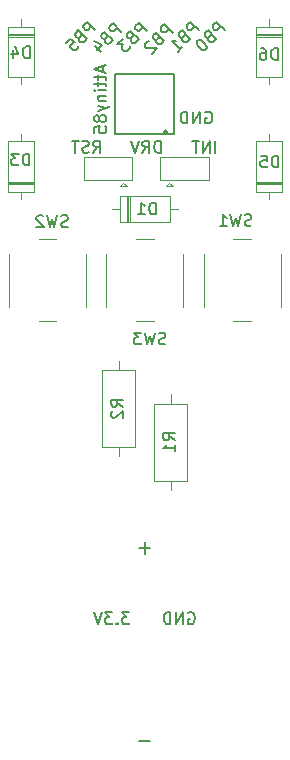
<source format=gbr>
%TF.GenerationSoftware,KiCad,Pcbnew,(7.0.0)*%
%TF.CreationDate,2023-07-04T16:48:58+02:00*%
%TF.ProjectId,attiny85_remote,61747469-6e79-4383-955f-72656d6f7465,rev?*%
%TF.SameCoordinates,Original*%
%TF.FileFunction,Legend,Bot*%
%TF.FilePolarity,Positive*%
%FSLAX46Y46*%
G04 Gerber Fmt 4.6, Leading zero omitted, Abs format (unit mm)*
G04 Created by KiCad (PCBNEW (7.0.0)) date 2023-07-04 16:48:58*
%MOMM*%
%LPD*%
G01*
G04 APERTURE LIST*
%ADD10C,0.150000*%
%ADD11C,0.120000*%
%ADD12C,0.250000*%
G04 APERTURE END LIST*
D10*
X188591306Y-52391306D02*
X193608695Y-52391306D01*
X193608695Y-52391306D02*
X193608695Y-57408695D01*
X193608695Y-57408695D02*
X188591306Y-57408695D01*
X188591306Y-57408695D02*
X188591306Y-52391306D01*
X190575000Y-108825000D02*
X191575000Y-108825000D01*
X191075000Y-92000000D02*
X191075000Y-93000000D01*
X190575000Y-92500000D02*
X191575000Y-92500000D01*
X197061904Y-59007380D02*
X197061904Y-58007380D01*
X196585714Y-59007380D02*
X196585714Y-58007380D01*
X196585714Y-58007380D02*
X196014286Y-59007380D01*
X196014286Y-59007380D02*
X196014286Y-58007380D01*
X195680952Y-58007380D02*
X195109524Y-58007380D01*
X195395238Y-59007380D02*
X195395238Y-58007380D01*
X192461904Y-59007380D02*
X192461904Y-58007380D01*
X192461904Y-58007380D02*
X192223809Y-58007380D01*
X192223809Y-58007380D02*
X192080952Y-58055000D01*
X192080952Y-58055000D02*
X191985714Y-58150238D01*
X191985714Y-58150238D02*
X191938095Y-58245476D01*
X191938095Y-58245476D02*
X191890476Y-58435952D01*
X191890476Y-58435952D02*
X191890476Y-58578809D01*
X191890476Y-58578809D02*
X191938095Y-58769285D01*
X191938095Y-58769285D02*
X191985714Y-58864523D01*
X191985714Y-58864523D02*
X192080952Y-58959761D01*
X192080952Y-58959761D02*
X192223809Y-59007380D01*
X192223809Y-59007380D02*
X192461904Y-59007380D01*
X190890476Y-59007380D02*
X191223809Y-58531190D01*
X191461904Y-59007380D02*
X191461904Y-58007380D01*
X191461904Y-58007380D02*
X191080952Y-58007380D01*
X191080952Y-58007380D02*
X190985714Y-58055000D01*
X190985714Y-58055000D02*
X190938095Y-58102619D01*
X190938095Y-58102619D02*
X190890476Y-58197857D01*
X190890476Y-58197857D02*
X190890476Y-58340714D01*
X190890476Y-58340714D02*
X190938095Y-58435952D01*
X190938095Y-58435952D02*
X190985714Y-58483571D01*
X190985714Y-58483571D02*
X191080952Y-58531190D01*
X191080952Y-58531190D02*
X191461904Y-58531190D01*
X190604761Y-58007380D02*
X190271428Y-59007380D01*
X190271428Y-59007380D02*
X189938095Y-58007380D01*
X186740476Y-59007380D02*
X187073809Y-58531190D01*
X187311904Y-59007380D02*
X187311904Y-58007380D01*
X187311904Y-58007380D02*
X186930952Y-58007380D01*
X186930952Y-58007380D02*
X186835714Y-58055000D01*
X186835714Y-58055000D02*
X186788095Y-58102619D01*
X186788095Y-58102619D02*
X186740476Y-58197857D01*
X186740476Y-58197857D02*
X186740476Y-58340714D01*
X186740476Y-58340714D02*
X186788095Y-58435952D01*
X186788095Y-58435952D02*
X186835714Y-58483571D01*
X186835714Y-58483571D02*
X186930952Y-58531190D01*
X186930952Y-58531190D02*
X187311904Y-58531190D01*
X186359523Y-58959761D02*
X186216666Y-59007380D01*
X186216666Y-59007380D02*
X185978571Y-59007380D01*
X185978571Y-59007380D02*
X185883333Y-58959761D01*
X185883333Y-58959761D02*
X185835714Y-58912142D01*
X185835714Y-58912142D02*
X185788095Y-58816904D01*
X185788095Y-58816904D02*
X185788095Y-58721666D01*
X185788095Y-58721666D02*
X185835714Y-58626428D01*
X185835714Y-58626428D02*
X185883333Y-58578809D01*
X185883333Y-58578809D02*
X185978571Y-58531190D01*
X185978571Y-58531190D02*
X186169047Y-58483571D01*
X186169047Y-58483571D02*
X186264285Y-58435952D01*
X186264285Y-58435952D02*
X186311904Y-58388333D01*
X186311904Y-58388333D02*
X186359523Y-58293095D01*
X186359523Y-58293095D02*
X186359523Y-58197857D01*
X186359523Y-58197857D02*
X186311904Y-58102619D01*
X186311904Y-58102619D02*
X186264285Y-58055000D01*
X186264285Y-58055000D02*
X186169047Y-58007380D01*
X186169047Y-58007380D02*
X185930952Y-58007380D01*
X185930952Y-58007380D02*
X185788095Y-58055000D01*
X185502380Y-58007380D02*
X184930952Y-58007380D01*
X185216666Y-59007380D02*
X185216666Y-58007380D01*
X186894593Y-48664478D02*
X186187486Y-47957372D01*
X186187486Y-47957372D02*
X185918112Y-48226746D01*
X185918112Y-48226746D02*
X185884440Y-48327761D01*
X185884440Y-48327761D02*
X185884440Y-48395104D01*
X185884440Y-48395104D02*
X185918112Y-48496120D01*
X185918112Y-48496120D02*
X186019127Y-48597135D01*
X186019127Y-48597135D02*
X186120143Y-48630807D01*
X186120143Y-48630807D02*
X186187486Y-48630807D01*
X186187486Y-48630807D02*
X186288501Y-48597135D01*
X186288501Y-48597135D02*
X186557875Y-48327761D01*
X185581395Y-49236898D02*
X185514051Y-49371585D01*
X185514051Y-49371585D02*
X185514051Y-49438929D01*
X185514051Y-49438929D02*
X185547723Y-49539944D01*
X185547723Y-49539944D02*
X185648738Y-49640959D01*
X185648738Y-49640959D02*
X185749753Y-49674631D01*
X185749753Y-49674631D02*
X185817097Y-49674631D01*
X185817097Y-49674631D02*
X185918112Y-49640959D01*
X185918112Y-49640959D02*
X186187486Y-49371585D01*
X186187486Y-49371585D02*
X185480379Y-48664478D01*
X185480379Y-48664478D02*
X185244677Y-48900181D01*
X185244677Y-48900181D02*
X185211005Y-49001196D01*
X185211005Y-49001196D02*
X185211005Y-49068539D01*
X185211005Y-49068539D02*
X185244677Y-49169555D01*
X185244677Y-49169555D02*
X185312021Y-49236898D01*
X185312021Y-49236898D02*
X185413036Y-49270570D01*
X185413036Y-49270570D02*
X185480379Y-49270570D01*
X185480379Y-49270570D02*
X185581395Y-49236898D01*
X185581395Y-49236898D02*
X185817097Y-49001196D01*
X184436555Y-49708303D02*
X184773272Y-49371585D01*
X184773272Y-49371585D02*
X185143662Y-49674631D01*
X185143662Y-49674631D02*
X185076318Y-49674631D01*
X185076318Y-49674631D02*
X184975303Y-49708303D01*
X184975303Y-49708303D02*
X184806944Y-49876661D01*
X184806944Y-49876661D02*
X184773272Y-49977677D01*
X184773272Y-49977677D02*
X184773272Y-50045020D01*
X184773272Y-50045020D02*
X184806944Y-50146035D01*
X184806944Y-50146035D02*
X184975303Y-50314394D01*
X184975303Y-50314394D02*
X185076318Y-50348066D01*
X185076318Y-50348066D02*
X185143662Y-50348066D01*
X185143662Y-50348066D02*
X185244677Y-50314394D01*
X185244677Y-50314394D02*
X185413036Y-50146035D01*
X185413036Y-50146035D02*
X185446708Y-50045020D01*
X185446708Y-50045020D02*
X185446708Y-49977677D01*
X189084593Y-48764478D02*
X188377486Y-48057372D01*
X188377486Y-48057372D02*
X188108112Y-48326746D01*
X188108112Y-48326746D02*
X188074440Y-48427761D01*
X188074440Y-48427761D02*
X188074440Y-48495104D01*
X188074440Y-48495104D02*
X188108112Y-48596120D01*
X188108112Y-48596120D02*
X188209127Y-48697135D01*
X188209127Y-48697135D02*
X188310143Y-48730807D01*
X188310143Y-48730807D02*
X188377486Y-48730807D01*
X188377486Y-48730807D02*
X188478501Y-48697135D01*
X188478501Y-48697135D02*
X188747875Y-48427761D01*
X187771395Y-49336898D02*
X187704051Y-49471585D01*
X187704051Y-49471585D02*
X187704051Y-49538929D01*
X187704051Y-49538929D02*
X187737723Y-49639944D01*
X187737723Y-49639944D02*
X187838738Y-49740959D01*
X187838738Y-49740959D02*
X187939753Y-49774631D01*
X187939753Y-49774631D02*
X188007097Y-49774631D01*
X188007097Y-49774631D02*
X188108112Y-49740959D01*
X188108112Y-49740959D02*
X188377486Y-49471585D01*
X188377486Y-49471585D02*
X187670379Y-48764478D01*
X187670379Y-48764478D02*
X187434677Y-49000181D01*
X187434677Y-49000181D02*
X187401005Y-49101196D01*
X187401005Y-49101196D02*
X187401005Y-49168539D01*
X187401005Y-49168539D02*
X187434677Y-49269555D01*
X187434677Y-49269555D02*
X187502021Y-49336898D01*
X187502021Y-49336898D02*
X187603036Y-49370570D01*
X187603036Y-49370570D02*
X187670379Y-49370570D01*
X187670379Y-49370570D02*
X187771395Y-49336898D01*
X187771395Y-49336898D02*
X188007097Y-49101196D01*
X186895929Y-50010333D02*
X187367334Y-50481738D01*
X186794914Y-49572600D02*
X187468349Y-49909318D01*
X187468349Y-49909318D02*
X187030616Y-50347051D01*
X191274593Y-48714478D02*
X190567486Y-48007372D01*
X190567486Y-48007372D02*
X190298112Y-48276746D01*
X190298112Y-48276746D02*
X190264440Y-48377761D01*
X190264440Y-48377761D02*
X190264440Y-48445104D01*
X190264440Y-48445104D02*
X190298112Y-48546120D01*
X190298112Y-48546120D02*
X190399127Y-48647135D01*
X190399127Y-48647135D02*
X190500143Y-48680807D01*
X190500143Y-48680807D02*
X190567486Y-48680807D01*
X190567486Y-48680807D02*
X190668501Y-48647135D01*
X190668501Y-48647135D02*
X190937875Y-48377761D01*
X189961395Y-49286898D02*
X189894051Y-49421585D01*
X189894051Y-49421585D02*
X189894051Y-49488929D01*
X189894051Y-49488929D02*
X189927723Y-49589944D01*
X189927723Y-49589944D02*
X190028738Y-49690959D01*
X190028738Y-49690959D02*
X190129753Y-49724631D01*
X190129753Y-49724631D02*
X190197097Y-49724631D01*
X190197097Y-49724631D02*
X190298112Y-49690959D01*
X190298112Y-49690959D02*
X190567486Y-49421585D01*
X190567486Y-49421585D02*
X189860379Y-48714478D01*
X189860379Y-48714478D02*
X189624677Y-48950181D01*
X189624677Y-48950181D02*
X189591005Y-49051196D01*
X189591005Y-49051196D02*
X189591005Y-49118539D01*
X189591005Y-49118539D02*
X189624677Y-49219555D01*
X189624677Y-49219555D02*
X189692021Y-49286898D01*
X189692021Y-49286898D02*
X189793036Y-49320570D01*
X189793036Y-49320570D02*
X189860379Y-49320570D01*
X189860379Y-49320570D02*
X189961395Y-49286898D01*
X189961395Y-49286898D02*
X190197097Y-49051196D01*
X189220616Y-49354242D02*
X188782883Y-49791974D01*
X188782883Y-49791974D02*
X189287960Y-49825646D01*
X189287960Y-49825646D02*
X189186944Y-49926661D01*
X189186944Y-49926661D02*
X189153272Y-50027677D01*
X189153272Y-50027677D02*
X189153272Y-50095020D01*
X189153272Y-50095020D02*
X189186944Y-50196035D01*
X189186944Y-50196035D02*
X189355303Y-50364394D01*
X189355303Y-50364394D02*
X189456318Y-50398066D01*
X189456318Y-50398066D02*
X189523662Y-50398066D01*
X189523662Y-50398066D02*
X189624677Y-50364394D01*
X189624677Y-50364394D02*
X189826708Y-50162364D01*
X189826708Y-50162364D02*
X189860379Y-50061348D01*
X189860379Y-50061348D02*
X189860379Y-49994005D01*
X193464593Y-48839478D02*
X192757486Y-48132372D01*
X192757486Y-48132372D02*
X192488112Y-48401746D01*
X192488112Y-48401746D02*
X192454440Y-48502761D01*
X192454440Y-48502761D02*
X192454440Y-48570104D01*
X192454440Y-48570104D02*
X192488112Y-48671120D01*
X192488112Y-48671120D02*
X192589127Y-48772135D01*
X192589127Y-48772135D02*
X192690143Y-48805807D01*
X192690143Y-48805807D02*
X192757486Y-48805807D01*
X192757486Y-48805807D02*
X192858501Y-48772135D01*
X192858501Y-48772135D02*
X193127875Y-48502761D01*
X192151395Y-49411898D02*
X192084051Y-49546585D01*
X192084051Y-49546585D02*
X192084051Y-49613929D01*
X192084051Y-49613929D02*
X192117723Y-49714944D01*
X192117723Y-49714944D02*
X192218738Y-49815959D01*
X192218738Y-49815959D02*
X192319753Y-49849631D01*
X192319753Y-49849631D02*
X192387097Y-49849631D01*
X192387097Y-49849631D02*
X192488112Y-49815959D01*
X192488112Y-49815959D02*
X192757486Y-49546585D01*
X192757486Y-49546585D02*
X192050379Y-48839478D01*
X192050379Y-48839478D02*
X191814677Y-49075181D01*
X191814677Y-49075181D02*
X191781005Y-49176196D01*
X191781005Y-49176196D02*
X191781005Y-49243539D01*
X191781005Y-49243539D02*
X191814677Y-49344555D01*
X191814677Y-49344555D02*
X191882021Y-49411898D01*
X191882021Y-49411898D02*
X191983036Y-49445570D01*
X191983036Y-49445570D02*
X192050379Y-49445570D01*
X192050379Y-49445570D02*
X192151395Y-49411898D01*
X192151395Y-49411898D02*
X192387097Y-49176196D01*
X191444288Y-49580257D02*
X191376944Y-49580257D01*
X191376944Y-49580257D02*
X191275929Y-49613929D01*
X191275929Y-49613929D02*
X191107570Y-49782287D01*
X191107570Y-49782287D02*
X191073898Y-49883303D01*
X191073898Y-49883303D02*
X191073898Y-49950646D01*
X191073898Y-49950646D02*
X191107570Y-50051661D01*
X191107570Y-50051661D02*
X191174914Y-50119005D01*
X191174914Y-50119005D02*
X191309601Y-50186348D01*
X191309601Y-50186348D02*
X192117723Y-50186348D01*
X192117723Y-50186348D02*
X191679990Y-50624081D01*
X195654593Y-48664478D02*
X194947486Y-47957372D01*
X194947486Y-47957372D02*
X194678112Y-48226746D01*
X194678112Y-48226746D02*
X194644440Y-48327761D01*
X194644440Y-48327761D02*
X194644440Y-48395104D01*
X194644440Y-48395104D02*
X194678112Y-48496120D01*
X194678112Y-48496120D02*
X194779127Y-48597135D01*
X194779127Y-48597135D02*
X194880143Y-48630807D01*
X194880143Y-48630807D02*
X194947486Y-48630807D01*
X194947486Y-48630807D02*
X195048501Y-48597135D01*
X195048501Y-48597135D02*
X195317875Y-48327761D01*
X194341395Y-49236898D02*
X194274051Y-49371585D01*
X194274051Y-49371585D02*
X194274051Y-49438929D01*
X194274051Y-49438929D02*
X194307723Y-49539944D01*
X194307723Y-49539944D02*
X194408738Y-49640959D01*
X194408738Y-49640959D02*
X194509753Y-49674631D01*
X194509753Y-49674631D02*
X194577097Y-49674631D01*
X194577097Y-49674631D02*
X194678112Y-49640959D01*
X194678112Y-49640959D02*
X194947486Y-49371585D01*
X194947486Y-49371585D02*
X194240379Y-48664478D01*
X194240379Y-48664478D02*
X194004677Y-48900181D01*
X194004677Y-48900181D02*
X193971005Y-49001196D01*
X193971005Y-49001196D02*
X193971005Y-49068539D01*
X193971005Y-49068539D02*
X194004677Y-49169555D01*
X194004677Y-49169555D02*
X194072021Y-49236898D01*
X194072021Y-49236898D02*
X194173036Y-49270570D01*
X194173036Y-49270570D02*
X194240379Y-49270570D01*
X194240379Y-49270570D02*
X194341395Y-49236898D01*
X194341395Y-49236898D02*
X194577097Y-49001196D01*
X193869990Y-50449081D02*
X194274051Y-50045020D01*
X194072021Y-50247051D02*
X193364914Y-49539944D01*
X193364914Y-49539944D02*
X193533272Y-49573616D01*
X193533272Y-49573616D02*
X193667960Y-49573616D01*
X193667960Y-49573616D02*
X193768975Y-49539944D01*
X197844593Y-48664478D02*
X197137486Y-47957372D01*
X197137486Y-47957372D02*
X196868112Y-48226746D01*
X196868112Y-48226746D02*
X196834440Y-48327761D01*
X196834440Y-48327761D02*
X196834440Y-48395104D01*
X196834440Y-48395104D02*
X196868112Y-48496120D01*
X196868112Y-48496120D02*
X196969127Y-48597135D01*
X196969127Y-48597135D02*
X197070143Y-48630807D01*
X197070143Y-48630807D02*
X197137486Y-48630807D01*
X197137486Y-48630807D02*
X197238501Y-48597135D01*
X197238501Y-48597135D02*
X197507875Y-48327761D01*
X196531395Y-49236898D02*
X196464051Y-49371585D01*
X196464051Y-49371585D02*
X196464051Y-49438929D01*
X196464051Y-49438929D02*
X196497723Y-49539944D01*
X196497723Y-49539944D02*
X196598738Y-49640959D01*
X196598738Y-49640959D02*
X196699753Y-49674631D01*
X196699753Y-49674631D02*
X196767097Y-49674631D01*
X196767097Y-49674631D02*
X196868112Y-49640959D01*
X196868112Y-49640959D02*
X197137486Y-49371585D01*
X197137486Y-49371585D02*
X196430379Y-48664478D01*
X196430379Y-48664478D02*
X196194677Y-48900181D01*
X196194677Y-48900181D02*
X196161005Y-49001196D01*
X196161005Y-49001196D02*
X196161005Y-49068539D01*
X196161005Y-49068539D02*
X196194677Y-49169555D01*
X196194677Y-49169555D02*
X196262021Y-49236898D01*
X196262021Y-49236898D02*
X196363036Y-49270570D01*
X196363036Y-49270570D02*
X196430379Y-49270570D01*
X196430379Y-49270570D02*
X196531395Y-49236898D01*
X196531395Y-49236898D02*
X196767097Y-49001196D01*
X195588585Y-49506272D02*
X195521242Y-49573616D01*
X195521242Y-49573616D02*
X195487570Y-49674631D01*
X195487570Y-49674631D02*
X195487570Y-49741974D01*
X195487570Y-49741974D02*
X195521242Y-49842990D01*
X195521242Y-49842990D02*
X195622257Y-50011348D01*
X195622257Y-50011348D02*
X195790616Y-50179707D01*
X195790616Y-50179707D02*
X195958975Y-50280722D01*
X195958975Y-50280722D02*
X196059990Y-50314394D01*
X196059990Y-50314394D02*
X196127334Y-50314394D01*
X196127334Y-50314394D02*
X196228349Y-50280722D01*
X196228349Y-50280722D02*
X196295692Y-50213379D01*
X196295692Y-50213379D02*
X196329364Y-50112364D01*
X196329364Y-50112364D02*
X196329364Y-50045020D01*
X196329364Y-50045020D02*
X196295692Y-49944005D01*
X196295692Y-49944005D02*
X196194677Y-49775646D01*
X196194677Y-49775646D02*
X196026318Y-49607287D01*
X196026318Y-49607287D02*
X195857960Y-49506272D01*
X195857960Y-49506272D02*
X195756944Y-49472600D01*
X195756944Y-49472600D02*
X195689601Y-49472600D01*
X195689601Y-49472600D02*
X195588585Y-49506272D01*
X196224405Y-55580000D02*
X196319643Y-55532380D01*
X196319643Y-55532380D02*
X196462500Y-55532380D01*
X196462500Y-55532380D02*
X196605357Y-55580000D01*
X196605357Y-55580000D02*
X196700595Y-55675238D01*
X196700595Y-55675238D02*
X196748214Y-55770476D01*
X196748214Y-55770476D02*
X196795833Y-55960952D01*
X196795833Y-55960952D02*
X196795833Y-56103809D01*
X196795833Y-56103809D02*
X196748214Y-56294285D01*
X196748214Y-56294285D02*
X196700595Y-56389523D01*
X196700595Y-56389523D02*
X196605357Y-56484761D01*
X196605357Y-56484761D02*
X196462500Y-56532380D01*
X196462500Y-56532380D02*
X196367262Y-56532380D01*
X196367262Y-56532380D02*
X196224405Y-56484761D01*
X196224405Y-56484761D02*
X196176786Y-56437142D01*
X196176786Y-56437142D02*
X196176786Y-56103809D01*
X196176786Y-56103809D02*
X196367262Y-56103809D01*
X195748214Y-56532380D02*
X195748214Y-55532380D01*
X195748214Y-55532380D02*
X195176786Y-56532380D01*
X195176786Y-56532380D02*
X195176786Y-55532380D01*
X194700595Y-56532380D02*
X194700595Y-55532380D01*
X194700595Y-55532380D02*
X194462500Y-55532380D01*
X194462500Y-55532380D02*
X194319643Y-55580000D01*
X194319643Y-55580000D02*
X194224405Y-55675238D01*
X194224405Y-55675238D02*
X194176786Y-55770476D01*
X194176786Y-55770476D02*
X194129167Y-55960952D01*
X194129167Y-55960952D02*
X194129167Y-56103809D01*
X194129167Y-56103809D02*
X194176786Y-56294285D01*
X194176786Y-56294285D02*
X194224405Y-56389523D01*
X194224405Y-56389523D02*
X194319643Y-56484761D01*
X194319643Y-56484761D02*
X194462500Y-56532380D01*
X194462500Y-56532380D02*
X194700595Y-56532380D01*
X189788690Y-97932380D02*
X189169643Y-97932380D01*
X189169643Y-97932380D02*
X189502976Y-98313333D01*
X189502976Y-98313333D02*
X189360119Y-98313333D01*
X189360119Y-98313333D02*
X189264881Y-98360952D01*
X189264881Y-98360952D02*
X189217262Y-98408571D01*
X189217262Y-98408571D02*
X189169643Y-98503809D01*
X189169643Y-98503809D02*
X189169643Y-98741904D01*
X189169643Y-98741904D02*
X189217262Y-98837142D01*
X189217262Y-98837142D02*
X189264881Y-98884761D01*
X189264881Y-98884761D02*
X189360119Y-98932380D01*
X189360119Y-98932380D02*
X189645833Y-98932380D01*
X189645833Y-98932380D02*
X189741071Y-98884761D01*
X189741071Y-98884761D02*
X189788690Y-98837142D01*
X188741071Y-98837142D02*
X188693452Y-98884761D01*
X188693452Y-98884761D02*
X188741071Y-98932380D01*
X188741071Y-98932380D02*
X188788690Y-98884761D01*
X188788690Y-98884761D02*
X188741071Y-98837142D01*
X188741071Y-98837142D02*
X188741071Y-98932380D01*
X188360119Y-97932380D02*
X187741072Y-97932380D01*
X187741072Y-97932380D02*
X188074405Y-98313333D01*
X188074405Y-98313333D02*
X187931548Y-98313333D01*
X187931548Y-98313333D02*
X187836310Y-98360952D01*
X187836310Y-98360952D02*
X187788691Y-98408571D01*
X187788691Y-98408571D02*
X187741072Y-98503809D01*
X187741072Y-98503809D02*
X187741072Y-98741904D01*
X187741072Y-98741904D02*
X187788691Y-98837142D01*
X187788691Y-98837142D02*
X187836310Y-98884761D01*
X187836310Y-98884761D02*
X187931548Y-98932380D01*
X187931548Y-98932380D02*
X188217262Y-98932380D01*
X188217262Y-98932380D02*
X188312500Y-98884761D01*
X188312500Y-98884761D02*
X188360119Y-98837142D01*
X187455357Y-97932380D02*
X187122024Y-98932380D01*
X187122024Y-98932380D02*
X186788691Y-97932380D01*
X194774405Y-97980000D02*
X194869643Y-97932380D01*
X194869643Y-97932380D02*
X195012500Y-97932380D01*
X195012500Y-97932380D02*
X195155357Y-97980000D01*
X195155357Y-97980000D02*
X195250595Y-98075238D01*
X195250595Y-98075238D02*
X195298214Y-98170476D01*
X195298214Y-98170476D02*
X195345833Y-98360952D01*
X195345833Y-98360952D02*
X195345833Y-98503809D01*
X195345833Y-98503809D02*
X195298214Y-98694285D01*
X195298214Y-98694285D02*
X195250595Y-98789523D01*
X195250595Y-98789523D02*
X195155357Y-98884761D01*
X195155357Y-98884761D02*
X195012500Y-98932380D01*
X195012500Y-98932380D02*
X194917262Y-98932380D01*
X194917262Y-98932380D02*
X194774405Y-98884761D01*
X194774405Y-98884761D02*
X194726786Y-98837142D01*
X194726786Y-98837142D02*
X194726786Y-98503809D01*
X194726786Y-98503809D02*
X194917262Y-98503809D01*
X194298214Y-98932380D02*
X194298214Y-97932380D01*
X194298214Y-97932380D02*
X193726786Y-98932380D01*
X193726786Y-98932380D02*
X193726786Y-97932380D01*
X193250595Y-98932380D02*
X193250595Y-97932380D01*
X193250595Y-97932380D02*
X193012500Y-97932380D01*
X193012500Y-97932380D02*
X192869643Y-97980000D01*
X192869643Y-97980000D02*
X192774405Y-98075238D01*
X192774405Y-98075238D02*
X192726786Y-98170476D01*
X192726786Y-98170476D02*
X192679167Y-98360952D01*
X192679167Y-98360952D02*
X192679167Y-98503809D01*
X192679167Y-98503809D02*
X192726786Y-98694285D01*
X192726786Y-98694285D02*
X192774405Y-98789523D01*
X192774405Y-98789523D02*
X192869643Y-98884761D01*
X192869643Y-98884761D02*
X193012500Y-98932380D01*
X193012500Y-98932380D02*
X193250595Y-98932380D01*
%TO.C,SW1*%
X200108332Y-65169761D02*
X199965475Y-65217380D01*
X199965475Y-65217380D02*
X199727380Y-65217380D01*
X199727380Y-65217380D02*
X199632142Y-65169761D01*
X199632142Y-65169761D02*
X199584523Y-65122142D01*
X199584523Y-65122142D02*
X199536904Y-65026904D01*
X199536904Y-65026904D02*
X199536904Y-64931666D01*
X199536904Y-64931666D02*
X199584523Y-64836428D01*
X199584523Y-64836428D02*
X199632142Y-64788809D01*
X199632142Y-64788809D02*
X199727380Y-64741190D01*
X199727380Y-64741190D02*
X199917856Y-64693571D01*
X199917856Y-64693571D02*
X200013094Y-64645952D01*
X200013094Y-64645952D02*
X200060713Y-64598333D01*
X200060713Y-64598333D02*
X200108332Y-64503095D01*
X200108332Y-64503095D02*
X200108332Y-64407857D01*
X200108332Y-64407857D02*
X200060713Y-64312619D01*
X200060713Y-64312619D02*
X200013094Y-64265000D01*
X200013094Y-64265000D02*
X199917856Y-64217380D01*
X199917856Y-64217380D02*
X199679761Y-64217380D01*
X199679761Y-64217380D02*
X199536904Y-64265000D01*
X199203570Y-64217380D02*
X198965475Y-65217380D01*
X198965475Y-65217380D02*
X198774999Y-64503095D01*
X198774999Y-64503095D02*
X198584523Y-65217380D01*
X198584523Y-65217380D02*
X198346428Y-64217380D01*
X197441666Y-65217380D02*
X198013094Y-65217380D01*
X197727380Y-65217380D02*
X197727380Y-64217380D01*
X197727380Y-64217380D02*
X197822618Y-64360238D01*
X197822618Y-64360238D02*
X197917856Y-64455476D01*
X197917856Y-64455476D02*
X198013094Y-64503095D01*
%TO.C,D6*%
X202338094Y-51167380D02*
X202338094Y-50167380D01*
X202338094Y-50167380D02*
X202099999Y-50167380D01*
X202099999Y-50167380D02*
X201957142Y-50215000D01*
X201957142Y-50215000D02*
X201861904Y-50310238D01*
X201861904Y-50310238D02*
X201814285Y-50405476D01*
X201814285Y-50405476D02*
X201766666Y-50595952D01*
X201766666Y-50595952D02*
X201766666Y-50738809D01*
X201766666Y-50738809D02*
X201814285Y-50929285D01*
X201814285Y-50929285D02*
X201861904Y-51024523D01*
X201861904Y-51024523D02*
X201957142Y-51119761D01*
X201957142Y-51119761D02*
X202099999Y-51167380D01*
X202099999Y-51167380D02*
X202338094Y-51167380D01*
X200909523Y-50167380D02*
X201099999Y-50167380D01*
X201099999Y-50167380D02*
X201195237Y-50215000D01*
X201195237Y-50215000D02*
X201242856Y-50262619D01*
X201242856Y-50262619D02*
X201338094Y-50405476D01*
X201338094Y-50405476D02*
X201385713Y-50595952D01*
X201385713Y-50595952D02*
X201385713Y-50976904D01*
X201385713Y-50976904D02*
X201338094Y-51072142D01*
X201338094Y-51072142D02*
X201290475Y-51119761D01*
X201290475Y-51119761D02*
X201195237Y-51167380D01*
X201195237Y-51167380D02*
X201004761Y-51167380D01*
X201004761Y-51167380D02*
X200909523Y-51119761D01*
X200909523Y-51119761D02*
X200861904Y-51072142D01*
X200861904Y-51072142D02*
X200814285Y-50976904D01*
X200814285Y-50976904D02*
X200814285Y-50738809D01*
X200814285Y-50738809D02*
X200861904Y-50643571D01*
X200861904Y-50643571D02*
X200909523Y-50595952D01*
X200909523Y-50595952D02*
X201004761Y-50548333D01*
X201004761Y-50548333D02*
X201195237Y-50548333D01*
X201195237Y-50548333D02*
X201290475Y-50595952D01*
X201290475Y-50595952D02*
X201338094Y-50643571D01*
X201338094Y-50643571D02*
X201385713Y-50738809D01*
%TO.C,Attiny85*%
X187531666Y-51691666D02*
X187531666Y-52167856D01*
X187817380Y-51596428D02*
X186817380Y-51929761D01*
X186817380Y-51929761D02*
X187817380Y-52263094D01*
X187150714Y-52453571D02*
X187150714Y-52834523D01*
X186817380Y-52596428D02*
X187674523Y-52596428D01*
X187674523Y-52596428D02*
X187769761Y-52644047D01*
X187769761Y-52644047D02*
X187817380Y-52739285D01*
X187817380Y-52739285D02*
X187817380Y-52834523D01*
X187150714Y-53025000D02*
X187150714Y-53405952D01*
X186817380Y-53167857D02*
X187674523Y-53167857D01*
X187674523Y-53167857D02*
X187769761Y-53215476D01*
X187769761Y-53215476D02*
X187817380Y-53310714D01*
X187817380Y-53310714D02*
X187817380Y-53405952D01*
X187817380Y-53739286D02*
X187150714Y-53739286D01*
X186817380Y-53739286D02*
X186865000Y-53691667D01*
X186865000Y-53691667D02*
X186912619Y-53739286D01*
X186912619Y-53739286D02*
X186865000Y-53786905D01*
X186865000Y-53786905D02*
X186817380Y-53739286D01*
X186817380Y-53739286D02*
X186912619Y-53739286D01*
X187150714Y-54215476D02*
X187817380Y-54215476D01*
X187245952Y-54215476D02*
X187198333Y-54263095D01*
X187198333Y-54263095D02*
X187150714Y-54358333D01*
X187150714Y-54358333D02*
X187150714Y-54501190D01*
X187150714Y-54501190D02*
X187198333Y-54596428D01*
X187198333Y-54596428D02*
X187293571Y-54644047D01*
X187293571Y-54644047D02*
X187817380Y-54644047D01*
X187150714Y-55025000D02*
X187817380Y-55263095D01*
X187150714Y-55501190D02*
X187817380Y-55263095D01*
X187817380Y-55263095D02*
X188055476Y-55167857D01*
X188055476Y-55167857D02*
X188103095Y-55120238D01*
X188103095Y-55120238D02*
X188150714Y-55025000D01*
X187245952Y-56025000D02*
X187198333Y-55929762D01*
X187198333Y-55929762D02*
X187150714Y-55882143D01*
X187150714Y-55882143D02*
X187055476Y-55834524D01*
X187055476Y-55834524D02*
X187007857Y-55834524D01*
X187007857Y-55834524D02*
X186912619Y-55882143D01*
X186912619Y-55882143D02*
X186865000Y-55929762D01*
X186865000Y-55929762D02*
X186817380Y-56025000D01*
X186817380Y-56025000D02*
X186817380Y-56215476D01*
X186817380Y-56215476D02*
X186865000Y-56310714D01*
X186865000Y-56310714D02*
X186912619Y-56358333D01*
X186912619Y-56358333D02*
X187007857Y-56405952D01*
X187007857Y-56405952D02*
X187055476Y-56405952D01*
X187055476Y-56405952D02*
X187150714Y-56358333D01*
X187150714Y-56358333D02*
X187198333Y-56310714D01*
X187198333Y-56310714D02*
X187245952Y-56215476D01*
X187245952Y-56215476D02*
X187245952Y-56025000D01*
X187245952Y-56025000D02*
X187293571Y-55929762D01*
X187293571Y-55929762D02*
X187341190Y-55882143D01*
X187341190Y-55882143D02*
X187436428Y-55834524D01*
X187436428Y-55834524D02*
X187626904Y-55834524D01*
X187626904Y-55834524D02*
X187722142Y-55882143D01*
X187722142Y-55882143D02*
X187769761Y-55929762D01*
X187769761Y-55929762D02*
X187817380Y-56025000D01*
X187817380Y-56025000D02*
X187817380Y-56215476D01*
X187817380Y-56215476D02*
X187769761Y-56310714D01*
X187769761Y-56310714D02*
X187722142Y-56358333D01*
X187722142Y-56358333D02*
X187626904Y-56405952D01*
X187626904Y-56405952D02*
X187436428Y-56405952D01*
X187436428Y-56405952D02*
X187341190Y-56358333D01*
X187341190Y-56358333D02*
X187293571Y-56310714D01*
X187293571Y-56310714D02*
X187245952Y-56215476D01*
X186817380Y-57310714D02*
X186817380Y-56834524D01*
X186817380Y-56834524D02*
X187293571Y-56786905D01*
X187293571Y-56786905D02*
X187245952Y-56834524D01*
X187245952Y-56834524D02*
X187198333Y-56929762D01*
X187198333Y-56929762D02*
X187198333Y-57167857D01*
X187198333Y-57167857D02*
X187245952Y-57263095D01*
X187245952Y-57263095D02*
X187293571Y-57310714D01*
X187293571Y-57310714D02*
X187388809Y-57358333D01*
X187388809Y-57358333D02*
X187626904Y-57358333D01*
X187626904Y-57358333D02*
X187722142Y-57310714D01*
X187722142Y-57310714D02*
X187769761Y-57263095D01*
X187769761Y-57263095D02*
X187817380Y-57167857D01*
X187817380Y-57167857D02*
X187817380Y-56929762D01*
X187817380Y-56929762D02*
X187769761Y-56834524D01*
X187769761Y-56834524D02*
X187722142Y-56786905D01*
%TO.C,R2*%
X189242380Y-80508333D02*
X188766190Y-80175000D01*
X189242380Y-79936905D02*
X188242380Y-79936905D01*
X188242380Y-79936905D02*
X188242380Y-80317857D01*
X188242380Y-80317857D02*
X188290000Y-80413095D01*
X188290000Y-80413095D02*
X188337619Y-80460714D01*
X188337619Y-80460714D02*
X188432857Y-80508333D01*
X188432857Y-80508333D02*
X188575714Y-80508333D01*
X188575714Y-80508333D02*
X188670952Y-80460714D01*
X188670952Y-80460714D02*
X188718571Y-80413095D01*
X188718571Y-80413095D02*
X188766190Y-80317857D01*
X188766190Y-80317857D02*
X188766190Y-79936905D01*
X188337619Y-80889286D02*
X188290000Y-80936905D01*
X188290000Y-80936905D02*
X188242380Y-81032143D01*
X188242380Y-81032143D02*
X188242380Y-81270238D01*
X188242380Y-81270238D02*
X188290000Y-81365476D01*
X188290000Y-81365476D02*
X188337619Y-81413095D01*
X188337619Y-81413095D02*
X188432857Y-81460714D01*
X188432857Y-81460714D02*
X188528095Y-81460714D01*
X188528095Y-81460714D02*
X188670952Y-81413095D01*
X188670952Y-81413095D02*
X189242380Y-80841667D01*
X189242380Y-80841667D02*
X189242380Y-81460714D01*
%TO.C,D3*%
X181313094Y-60092380D02*
X181313094Y-59092380D01*
X181313094Y-59092380D02*
X181074999Y-59092380D01*
X181074999Y-59092380D02*
X180932142Y-59140000D01*
X180932142Y-59140000D02*
X180836904Y-59235238D01*
X180836904Y-59235238D02*
X180789285Y-59330476D01*
X180789285Y-59330476D02*
X180741666Y-59520952D01*
X180741666Y-59520952D02*
X180741666Y-59663809D01*
X180741666Y-59663809D02*
X180789285Y-59854285D01*
X180789285Y-59854285D02*
X180836904Y-59949523D01*
X180836904Y-59949523D02*
X180932142Y-60044761D01*
X180932142Y-60044761D02*
X181074999Y-60092380D01*
X181074999Y-60092380D02*
X181313094Y-60092380D01*
X180408332Y-59092380D02*
X179789285Y-59092380D01*
X179789285Y-59092380D02*
X180122618Y-59473333D01*
X180122618Y-59473333D02*
X179979761Y-59473333D01*
X179979761Y-59473333D02*
X179884523Y-59520952D01*
X179884523Y-59520952D02*
X179836904Y-59568571D01*
X179836904Y-59568571D02*
X179789285Y-59663809D01*
X179789285Y-59663809D02*
X179789285Y-59901904D01*
X179789285Y-59901904D02*
X179836904Y-59997142D01*
X179836904Y-59997142D02*
X179884523Y-60044761D01*
X179884523Y-60044761D02*
X179979761Y-60092380D01*
X179979761Y-60092380D02*
X180265475Y-60092380D01*
X180265475Y-60092380D02*
X180360713Y-60044761D01*
X180360713Y-60044761D02*
X180408332Y-59997142D01*
%TO.C,SW3*%
X192833332Y-75194761D02*
X192690475Y-75242380D01*
X192690475Y-75242380D02*
X192452380Y-75242380D01*
X192452380Y-75242380D02*
X192357142Y-75194761D01*
X192357142Y-75194761D02*
X192309523Y-75147142D01*
X192309523Y-75147142D02*
X192261904Y-75051904D01*
X192261904Y-75051904D02*
X192261904Y-74956666D01*
X192261904Y-74956666D02*
X192309523Y-74861428D01*
X192309523Y-74861428D02*
X192357142Y-74813809D01*
X192357142Y-74813809D02*
X192452380Y-74766190D01*
X192452380Y-74766190D02*
X192642856Y-74718571D01*
X192642856Y-74718571D02*
X192738094Y-74670952D01*
X192738094Y-74670952D02*
X192785713Y-74623333D01*
X192785713Y-74623333D02*
X192833332Y-74528095D01*
X192833332Y-74528095D02*
X192833332Y-74432857D01*
X192833332Y-74432857D02*
X192785713Y-74337619D01*
X192785713Y-74337619D02*
X192738094Y-74290000D01*
X192738094Y-74290000D02*
X192642856Y-74242380D01*
X192642856Y-74242380D02*
X192404761Y-74242380D01*
X192404761Y-74242380D02*
X192261904Y-74290000D01*
X191928570Y-74242380D02*
X191690475Y-75242380D01*
X191690475Y-75242380D02*
X191499999Y-74528095D01*
X191499999Y-74528095D02*
X191309523Y-75242380D01*
X191309523Y-75242380D02*
X191071428Y-74242380D01*
X190785713Y-74242380D02*
X190166666Y-74242380D01*
X190166666Y-74242380D02*
X190499999Y-74623333D01*
X190499999Y-74623333D02*
X190357142Y-74623333D01*
X190357142Y-74623333D02*
X190261904Y-74670952D01*
X190261904Y-74670952D02*
X190214285Y-74718571D01*
X190214285Y-74718571D02*
X190166666Y-74813809D01*
X190166666Y-74813809D02*
X190166666Y-75051904D01*
X190166666Y-75051904D02*
X190214285Y-75147142D01*
X190214285Y-75147142D02*
X190261904Y-75194761D01*
X190261904Y-75194761D02*
X190357142Y-75242380D01*
X190357142Y-75242380D02*
X190642856Y-75242380D01*
X190642856Y-75242380D02*
X190738094Y-75194761D01*
X190738094Y-75194761D02*
X190785713Y-75147142D01*
%TO.C,D4*%
X181338094Y-51022380D02*
X181338094Y-50022380D01*
X181338094Y-50022380D02*
X181099999Y-50022380D01*
X181099999Y-50022380D02*
X180957142Y-50070000D01*
X180957142Y-50070000D02*
X180861904Y-50165238D01*
X180861904Y-50165238D02*
X180814285Y-50260476D01*
X180814285Y-50260476D02*
X180766666Y-50450952D01*
X180766666Y-50450952D02*
X180766666Y-50593809D01*
X180766666Y-50593809D02*
X180814285Y-50784285D01*
X180814285Y-50784285D02*
X180861904Y-50879523D01*
X180861904Y-50879523D02*
X180957142Y-50974761D01*
X180957142Y-50974761D02*
X181099999Y-51022380D01*
X181099999Y-51022380D02*
X181338094Y-51022380D01*
X179909523Y-50355714D02*
X179909523Y-51022380D01*
X180147618Y-49974761D02*
X180385713Y-50689047D01*
X180385713Y-50689047D02*
X179766666Y-50689047D01*
%TO.C,D5*%
X202413094Y-60252380D02*
X202413094Y-59252380D01*
X202413094Y-59252380D02*
X202174999Y-59252380D01*
X202174999Y-59252380D02*
X202032142Y-59300000D01*
X202032142Y-59300000D02*
X201936904Y-59395238D01*
X201936904Y-59395238D02*
X201889285Y-59490476D01*
X201889285Y-59490476D02*
X201841666Y-59680952D01*
X201841666Y-59680952D02*
X201841666Y-59823809D01*
X201841666Y-59823809D02*
X201889285Y-60014285D01*
X201889285Y-60014285D02*
X201936904Y-60109523D01*
X201936904Y-60109523D02*
X202032142Y-60204761D01*
X202032142Y-60204761D02*
X202174999Y-60252380D01*
X202174999Y-60252380D02*
X202413094Y-60252380D01*
X200936904Y-59252380D02*
X201413094Y-59252380D01*
X201413094Y-59252380D02*
X201460713Y-59728571D01*
X201460713Y-59728571D02*
X201413094Y-59680952D01*
X201413094Y-59680952D02*
X201317856Y-59633333D01*
X201317856Y-59633333D02*
X201079761Y-59633333D01*
X201079761Y-59633333D02*
X200984523Y-59680952D01*
X200984523Y-59680952D02*
X200936904Y-59728571D01*
X200936904Y-59728571D02*
X200889285Y-59823809D01*
X200889285Y-59823809D02*
X200889285Y-60061904D01*
X200889285Y-60061904D02*
X200936904Y-60157142D01*
X200936904Y-60157142D02*
X200984523Y-60204761D01*
X200984523Y-60204761D02*
X201079761Y-60252380D01*
X201079761Y-60252380D02*
X201317856Y-60252380D01*
X201317856Y-60252380D02*
X201413094Y-60204761D01*
X201413094Y-60204761D02*
X201460713Y-60157142D01*
%TO.C,R1*%
X193642380Y-83358333D02*
X193166190Y-83025000D01*
X193642380Y-82786905D02*
X192642380Y-82786905D01*
X192642380Y-82786905D02*
X192642380Y-83167857D01*
X192642380Y-83167857D02*
X192690000Y-83263095D01*
X192690000Y-83263095D02*
X192737619Y-83310714D01*
X192737619Y-83310714D02*
X192832857Y-83358333D01*
X192832857Y-83358333D02*
X192975714Y-83358333D01*
X192975714Y-83358333D02*
X193070952Y-83310714D01*
X193070952Y-83310714D02*
X193118571Y-83263095D01*
X193118571Y-83263095D02*
X193166190Y-83167857D01*
X193166190Y-83167857D02*
X193166190Y-82786905D01*
X193642380Y-84310714D02*
X193642380Y-83739286D01*
X193642380Y-84025000D02*
X192642380Y-84025000D01*
X192642380Y-84025000D02*
X192785238Y-83929762D01*
X192785238Y-83929762D02*
X192880476Y-83834524D01*
X192880476Y-83834524D02*
X192928095Y-83739286D01*
%TO.C,SW2*%
X184583332Y-65269761D02*
X184440475Y-65317380D01*
X184440475Y-65317380D02*
X184202380Y-65317380D01*
X184202380Y-65317380D02*
X184107142Y-65269761D01*
X184107142Y-65269761D02*
X184059523Y-65222142D01*
X184059523Y-65222142D02*
X184011904Y-65126904D01*
X184011904Y-65126904D02*
X184011904Y-65031666D01*
X184011904Y-65031666D02*
X184059523Y-64936428D01*
X184059523Y-64936428D02*
X184107142Y-64888809D01*
X184107142Y-64888809D02*
X184202380Y-64841190D01*
X184202380Y-64841190D02*
X184392856Y-64793571D01*
X184392856Y-64793571D02*
X184488094Y-64745952D01*
X184488094Y-64745952D02*
X184535713Y-64698333D01*
X184535713Y-64698333D02*
X184583332Y-64603095D01*
X184583332Y-64603095D02*
X184583332Y-64507857D01*
X184583332Y-64507857D02*
X184535713Y-64412619D01*
X184535713Y-64412619D02*
X184488094Y-64365000D01*
X184488094Y-64365000D02*
X184392856Y-64317380D01*
X184392856Y-64317380D02*
X184154761Y-64317380D01*
X184154761Y-64317380D02*
X184011904Y-64365000D01*
X183678570Y-64317380D02*
X183440475Y-65317380D01*
X183440475Y-65317380D02*
X183249999Y-64603095D01*
X183249999Y-64603095D02*
X183059523Y-65317380D01*
X183059523Y-65317380D02*
X182821428Y-64317380D01*
X182488094Y-64412619D02*
X182440475Y-64365000D01*
X182440475Y-64365000D02*
X182345237Y-64317380D01*
X182345237Y-64317380D02*
X182107142Y-64317380D01*
X182107142Y-64317380D02*
X182011904Y-64365000D01*
X182011904Y-64365000D02*
X181964285Y-64412619D01*
X181964285Y-64412619D02*
X181916666Y-64507857D01*
X181916666Y-64507857D02*
X181916666Y-64603095D01*
X181916666Y-64603095D02*
X181964285Y-64745952D01*
X181964285Y-64745952D02*
X182535713Y-65317380D01*
X182535713Y-65317380D02*
X181916666Y-65317380D01*
%TO.C,D1*%
X192038094Y-64242380D02*
X192038094Y-63242380D01*
X192038094Y-63242380D02*
X191799999Y-63242380D01*
X191799999Y-63242380D02*
X191657142Y-63290000D01*
X191657142Y-63290000D02*
X191561904Y-63385238D01*
X191561904Y-63385238D02*
X191514285Y-63480476D01*
X191514285Y-63480476D02*
X191466666Y-63670952D01*
X191466666Y-63670952D02*
X191466666Y-63813809D01*
X191466666Y-63813809D02*
X191514285Y-64004285D01*
X191514285Y-64004285D02*
X191561904Y-64099523D01*
X191561904Y-64099523D02*
X191657142Y-64194761D01*
X191657142Y-64194761D02*
X191799999Y-64242380D01*
X191799999Y-64242380D02*
X192038094Y-64242380D01*
X190514285Y-64242380D02*
X191085713Y-64242380D01*
X190799999Y-64242380D02*
X190799999Y-63242380D01*
X190799999Y-63242380D02*
X190895237Y-63385238D01*
X190895237Y-63385238D02*
X190990475Y-63480476D01*
X190990475Y-63480476D02*
X191085713Y-63528095D01*
D11*
%TO.C,J2*%
X192407143Y-59357500D02*
X192407143Y-61357500D01*
X192407143Y-61357500D02*
X196507143Y-61357500D01*
X193157143Y-61557500D02*
X192857143Y-61857500D01*
X193157143Y-61557500D02*
X193457143Y-61857500D01*
X193457143Y-61857500D02*
X192857143Y-61857500D01*
X196507143Y-59357500D02*
X192407143Y-59357500D01*
X196507143Y-61357500D02*
X196507143Y-59357500D01*
%TO.C,SW1*%
X200100000Y-73300000D02*
X198600000Y-73300000D01*
X196100000Y-72050000D02*
X196100000Y-67550000D01*
X202600000Y-67550000D02*
X202600000Y-72050000D01*
X198600000Y-66300000D02*
X200100000Y-66300000D01*
%TO.C,D6*%
X201600000Y-47695000D02*
X201600000Y-48345000D01*
X202720000Y-48345000D02*
X202720000Y-52585000D01*
X200480000Y-48345000D02*
X202720000Y-48345000D01*
X200480000Y-48945000D02*
X202720000Y-48945000D01*
X200480000Y-49065000D02*
X202720000Y-49065000D01*
X200480000Y-49185000D02*
X202720000Y-49185000D01*
X202720000Y-52585000D02*
X200480000Y-52585000D01*
X200480000Y-52585000D02*
X200480000Y-48345000D01*
X201600000Y-53235000D02*
X201600000Y-52585000D01*
D12*
%TO.C,Attiny85*%
X192975000Y-57250000D02*
G75*
G03*
X192975000Y-57250000I-125000J0D01*
G01*
D11*
%TO.C,R2*%
X188875000Y-84720000D02*
X188875000Y-83950000D01*
X187505000Y-83950000D02*
X187505000Y-77410000D01*
X190245000Y-83950000D02*
X187505000Y-83950000D01*
X187505000Y-77410000D02*
X190245000Y-77410000D01*
X190245000Y-77410000D02*
X190245000Y-83950000D01*
X188875000Y-76640000D02*
X188875000Y-77410000D01*
%TO.C,D3*%
X180600000Y-62955000D02*
X180600000Y-62305000D01*
X179480000Y-62305000D02*
X179480000Y-58065000D01*
X181720000Y-62305000D02*
X179480000Y-62305000D01*
X181720000Y-61705000D02*
X179480000Y-61705000D01*
X181720000Y-61585000D02*
X179480000Y-61585000D01*
X181720000Y-61465000D02*
X179480000Y-61465000D01*
X179480000Y-58065000D02*
X181720000Y-58065000D01*
X181720000Y-58065000D02*
X181720000Y-62305000D01*
X180600000Y-57415000D02*
X180600000Y-58065000D01*
%TO.C,SW3*%
X190350000Y-66300000D02*
X191850000Y-66300000D01*
X194350000Y-67550000D02*
X194350000Y-72050000D01*
X187850000Y-72050000D02*
X187850000Y-67550000D01*
X191850000Y-73300000D02*
X190350000Y-73300000D01*
%TO.C,D4*%
X180600000Y-47695000D02*
X180600000Y-48345000D01*
X181720000Y-48345000D02*
X181720000Y-52585000D01*
X179480000Y-48345000D02*
X181720000Y-48345000D01*
X179480000Y-48945000D02*
X181720000Y-48945000D01*
X179480000Y-49065000D02*
X181720000Y-49065000D01*
X179480000Y-49185000D02*
X181720000Y-49185000D01*
X181720000Y-52585000D02*
X179480000Y-52585000D01*
X179480000Y-52585000D02*
X179480000Y-48345000D01*
X180600000Y-53235000D02*
X180600000Y-52585000D01*
%TO.C,D5*%
X201600000Y-57415000D02*
X201600000Y-58065000D01*
X202720000Y-58065000D02*
X202720000Y-62305000D01*
X200480000Y-58065000D02*
X202720000Y-58065000D01*
X202720000Y-61465000D02*
X200480000Y-61465000D01*
X202720000Y-61585000D02*
X200480000Y-61585000D01*
X202720000Y-61705000D02*
X200480000Y-61705000D01*
X202720000Y-62305000D02*
X200480000Y-62305000D01*
X200480000Y-62305000D02*
X200480000Y-58065000D01*
X201600000Y-62955000D02*
X201600000Y-62305000D01*
%TO.C,J1*%
X190007143Y-61357500D02*
X190007143Y-59357500D01*
X190007143Y-59357500D02*
X185907143Y-59357500D01*
X189557143Y-61857500D02*
X188957143Y-61857500D01*
X189257143Y-61557500D02*
X189557143Y-61857500D01*
X189257143Y-61557500D02*
X188957143Y-61857500D01*
X185907143Y-61357500D02*
X190007143Y-61357500D01*
X185907143Y-59357500D02*
X185907143Y-61357500D01*
%TO.C,R1*%
X193275000Y-79480000D02*
X193275000Y-80250000D01*
X194645000Y-80250000D02*
X194645000Y-86790000D01*
X191905000Y-80250000D02*
X194645000Y-80250000D01*
X194645000Y-86790000D02*
X191905000Y-86790000D01*
X191905000Y-86790000D02*
X191905000Y-80250000D01*
X193275000Y-87560000D02*
X193275000Y-86790000D01*
%TO.C,SW2*%
X182100000Y-66300000D02*
X183600000Y-66300000D01*
X186100000Y-67550000D02*
X186100000Y-72050000D01*
X179600000Y-72050000D02*
X179600000Y-67550000D01*
X183600000Y-73300000D02*
X182100000Y-73300000D01*
%TO.C,D1*%
X188340000Y-63800000D02*
X188990000Y-63800000D01*
X188990000Y-62680000D02*
X193230000Y-62680000D01*
X188990000Y-64920000D02*
X188990000Y-62680000D01*
X189590000Y-64920000D02*
X189590000Y-62680000D01*
X189710000Y-64920000D02*
X189710000Y-62680000D01*
X189830000Y-64920000D02*
X189830000Y-62680000D01*
X193230000Y-62680000D02*
X193230000Y-64920000D01*
X193230000Y-64920000D02*
X188990000Y-64920000D01*
X193880000Y-63800000D02*
X193230000Y-63800000D01*
%TD*%
M02*

</source>
